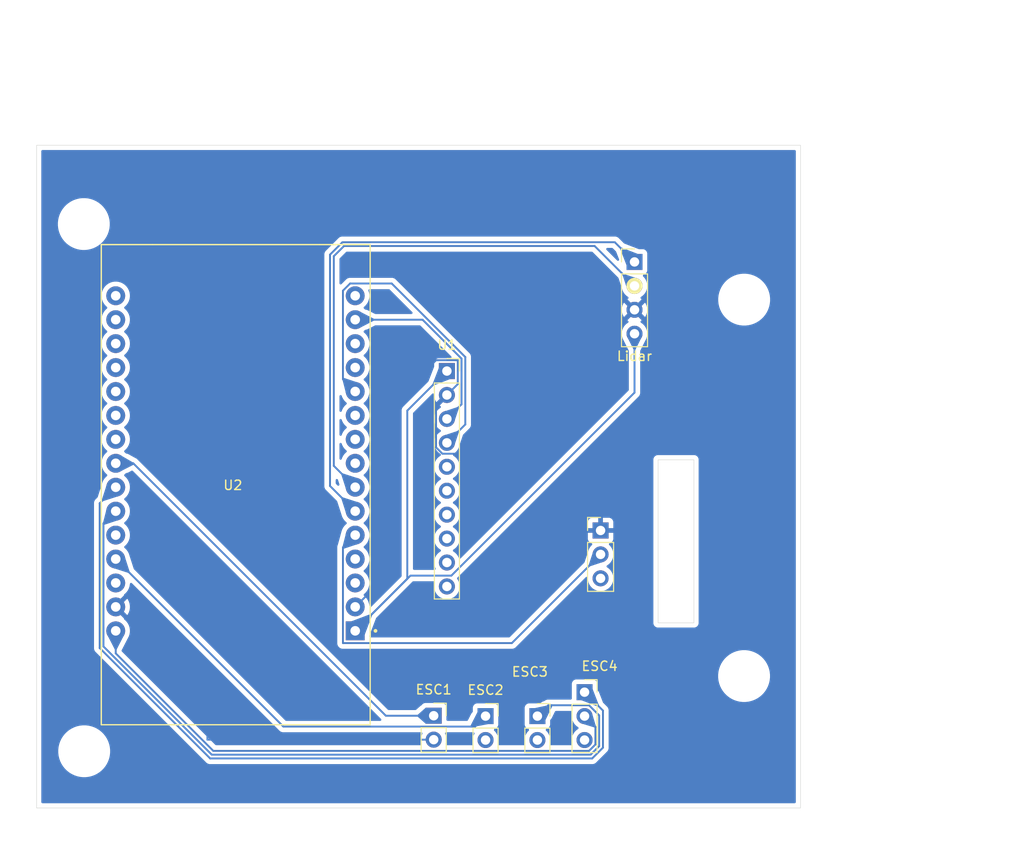
<source format=kicad_pcb>
(kicad_pcb (version 20241229) (generator "pcbnew") (generator_version "9.0")
  (layers (0 "F.Cu" signal) (2 "B.Cu" signal) (13 "F.Paste" user) (15 "B.Paste" user) (5 "F.SilkS" user "F.Silkscreen") (7 "B.SilkS" user "B.Silkscreen") (1 "F.Mask" user) (3 "B.Mask" user) (25 "Edge.Cuts" user))
  (net 0 "")
  (net 1 "Net-(U1-SCL)")
  (net 2 "GND")
  (net 3 "Net-(U1-SDA)")
  (net 4 "3V")
  (net 9 "Net-(ESC4-PWM)")
  (net 17 "Net-(ESC2-PWM)")
  (net 18 "Net-(ESC3-PWM)")
  (net 19 "Net-(ESC1-PWM)")
  (net 21 "5Vin")
  (net 30 "Net-(L1-RX)")
  (net 31 "Net-(L1-TX)")
  (net 36 "Tx")
  (net 37 "Rx")
  (net 38 "LED")
  (footprint "Connector_PinHeader_2.54mm:PinHeader_1x04_P2.54mm_Vertical" (layer "F.Cu") (at 170.8 51.8)
    (property "Reference" "REF**" (hide yes))
    (property "Value" "Lidar" (at 0 10 0) (layer "F.SilkS"))
    (fp_line (start -1.38 -1.38) (end 0 -1.38) (stroke (width 0.12)) (layer "F.SilkS"))
    (fp_line (start -1.38 0) (end -1.38 -1.38) (stroke (width 0.12)) (layer "F.SilkS"))
    (fp_line (start -1.38 1.27) (end -1.38 9) (stroke (width 0.12)) (layer "F.SilkS"))
    (fp_line (start -1.38 1.27) (end 1.38 1.27) (stroke (width 0.12)) (layer "F.SilkS"))
    (fp_line (start -1.38 9) (end 1.38 9) (stroke (width 0.12)) (layer "F.SilkS"))
    (fp_line (start 1.38 1.27) (end 1.38 9) (stroke (width 0.12)) (layer "F.SilkS"))
    (pad "1" thru_hole rect (at 0 0) (size 1.7 1.7) (drill 1) (layers "*.Cu" "*.Mask") (net 36 "Tx"))
    (pad "2" thru_hole circle (at 0 2.54) (size 1.7 1.7) (drill 1) (layers "*.Cu" "*.Mask" "F.SilkS") (net 37 "Rx"))
    (pad "3" thru_hole circle (at 0 5.08) (size 1.7 1.7) (drill 1) (layers "*.Cu" "*.Mask") (net 2 "GND"))
    (pad "4" thru_hole circle (at 0 7.62) (size 1.7 1.7) (drill 1) (layers "*.Cu" "*.Mask") (net 4 "3V"))
  )
  (footprint "Connector_PinSocket_2.54mm:PinSocket_1x10_P2.54mm_Vertical" (layer "F.Cu") (at 150.9 63.38)
    (property "Reference" "U1" (at 0 -2.77 0) (layer "F.SilkS"))
    (property "Value" "~")
    (fp_line (start -1.33 1.27) (end -1.33 24.19) (stroke (width 0.12)) (layer "F.SilkS"))
    (fp_line (start -1.33 1.27) (end 1.33 1.27) (stroke (width 0.12)) (layer "F.SilkS"))
    (fp_line (start -1.33 24.19) (end 1.33 24.19) (stroke (width 0.12)) (layer "F.SilkS"))
    (fp_line (start 0 -1.33) (end 1.33 -1.33) (stroke (width 0.12)) (layer "F.SilkS"))
    (fp_line (start 1.33 -1.33) (end 1.33 0) (stroke (width 0.12)) (layer "F.SilkS"))
    (fp_line (start 1.33 1.27) (end 1.33 24.19) (stroke (width 0.12)) (layer "F.SilkS"))
    (pad "1" thru_hole rect (at 0 0) (size 1.7 1.7) (drill 1) (layers "*.Cu" "*.Mask") (net 4 "3V"))
    (pad "2" thru_hole circle (at 0 2.54) (size 1.7 1.7) (drill 1) (layers "*.Cu" "*.Mask") (net 2 "GND"))
    (pad "3" thru_hole circle (at 0 5.08) (size 1.7 1.7) (drill 1) (layers "*.Cu" "*.Mask") (net 1 "Net-(U1-SCL)"))
    (pad "4" thru_hole circle (at 0 7.62) (size 1.7 1.7) (drill 1) (layers "*.Cu" "*.Mask") (net 3 "Net-(U1-SDA)"))
    (pad "5" thru_hole circle (at 0 10.16) (size 1.7 1.7) (drill 1) (layers "*.Cu" "*.Mask"))
    (pad "6" thru_hole circle (at 0 12.7) (size 1.7 1.7) (drill 1) (layers "*.Cu" "*.Mask"))
    (pad "7" thru_hole circle (at 0 15.24) (size 1.7 1.7) (drill 1) (layers "*.Cu" "*.Mask"))
    (pad "8" thru_hole circle (at 0 17.78) (size 1.7 1.7) (drill 1) (layers "*.Cu" "*.Mask"))
    (pad "9" thru_hole circle (at 0 20.32) (size 1.7 1.7) (drill 1) (layers "*.Cu" "*.Mask"))
    (pad "10" thru_hole circle (at 0 22.86) (size 1.7 1.7) (drill 1) (layers "*.Cu" "*.Mask"))
  )
  (footprint "" (layer "F.Cu") (at 112.39 47.78)
    (property "Reference" "" (at 0 0 0) (layer "F.SilkS") (effects (font (size 1.27 1.27))))
    (property "Value" "")
    (pad "" np_thru_hole circle (at 0 0 180) (size 3 3) (drill 5) (layers "*.Cu" "*.Mask"))
  )
  (footprint "" (layer "F.Cu") (at 182.43 55.8)
    (property "Reference" "" (at 0 0 0) (layer "F.SilkS") (effects (font (size 1.27 1.27))))
    (property "Value" "")
    (pad "" np_thru_hole circle (at 0 0 180) (size 3 3) (drill 5) (layers "*.Cu" "*.Mask"))
  )
  (footprint "" (layer "F.Cu") (at 182.42 95.75)
    (property "Reference" "" (at 0 0 0) (layer "F.SilkS") (effects (font (size 1.27 1.27))))
    (property "Value" "")
    (pad "" np_thru_hole circle (at 0 0 180) (size 3 3) (drill 5) (layers "*.Cu" "*.Mask"))
  )
  (footprint "Connector_PinSocket_2.54mm:PinSocket_1x03_P2.54mm_Vertical" (layer "F.Cu") (at 165.5 97.46)
    (property "Reference" "ESC4" (at 1.6 -2.76 0) (layer "F.SilkS"))
    (property "Value" "~")
    (fp_line (start -1.33 1.27) (end -1.33 6.41) (stroke (width 0.12)) (layer "F.SilkS"))
    (fp_line (start -1.33 1.27) (end 1.33 1.27) (stroke (width 0.12)) (layer "F.SilkS"))
    (fp_line (start -1.33 6.41) (end 1.33 6.41) (stroke (width 0.12)) (layer "F.SilkS"))
    (fp_line (start 0 -1.33) (end 1.33 -1.33) (stroke (width 0.12)) (layer "F.SilkS"))
    (fp_line (start 1.33 -1.33) (end 1.33 0) (stroke (width 0.12)) (layer "F.SilkS"))
    (fp_line (start 1.33 1.27) (end 1.33 6.41) (stroke (width 0.12)) (layer "F.SilkS"))
    (pad "1" thru_hole rect (at 0 0) (size 1.7 1.7) (drill 1) (layers "*.Cu" "*.Mask"))
    (pad "2" thru_hole circle (at 0 2.54) (size 1.7 1.7) (drill 1) (layers "*.Cu" "*.Mask"))
    (pad "3" thru_hole circle (at 0 5.08) (size 1.7 1.7) (drill 1) (layers "*.Cu" "*.Mask"))
  )
  (footprint "" (layer "F.Cu") (at 112.43 103.73)
    (property "Reference" "" (at 0 0 0) (layer "F.SilkS") (effects (font (size 1.27 1.27))))
    (property "Value" "")
    (pad "" np_thru_hole circle (at 0 0 180) (size 3 3) (drill 5) (layers "*.Cu" "*.Mask"))
  )
  (footprint "Connector_PinSocket_2.54mm:PinSocket_1x02_P2.54mm_Vertical" (layer "F.Cu") (at 149.5 99.96)
    (property "Reference" "ESC1" (at 0 -2.77 0) (layer "F.SilkS"))
    (property "Value" "~")
    (fp_line (start -1.33 1.27) (end -1.33 3.87) (stroke (width 0.12)) (layer "F.SilkS"))
    (fp_line (start -1.33 1.27) (end 1.33 1.27) (stroke (width 0.12)) (layer "F.SilkS"))
    (fp_line (start -1.33 3.87) (end 1.33 3.87) (stroke (width 0.12)) (layer "F.SilkS"))
    (fp_line (start 0 -1.33) (end 1.33 -1.33) (stroke (width 0.12)) (layer "F.SilkS"))
    (fp_line (start 1.33 -1.33) (end 1.33 0) (stroke (width 0.12)) (layer "F.SilkS"))
    (fp_line (start 1.33 1.27) (end 1.33 3.87) (stroke (width 0.12)) (layer "F.SilkS"))
    (pad "1" thru_hole rect (at 0 0) (size 1.7 1.7) (drill 1) (layers "*.Cu" "*.Mask"))
    (pad "2" thru_hole circle (at 0 2.54) (size 1.7 1.7) (drill 1) (layers "*.Cu" "*.Mask"))
  )
  (footprint "Connector_PinHeader_2.54mm:PinHeader_1x03_P2.54mm_Vertical" (layer "F.Cu") (at 167.2 80.3)
    (property "Reference" "REF**" (hide yes))
    (property "Value" "PinHeader_1x03_P2.54mm_Vertical" (hide yes))
    (fp_line (start -1.38 -1.38) (end 0 -1.38) (stroke (width 0.12)) (layer "F.SilkS"))
    (fp_line (start -1.38 0) (end -1.38 -1.38) (stroke (width 0.12)) (layer "F.SilkS"))
    (fp_line (start -1.38 1.27) (end -1.38 6.46) (stroke (width 0.12)) (layer "F.SilkS"))
    (fp_line (start -1.38 1.27) (end 1.38 1.27) (stroke (width 0.12)) (layer "F.SilkS"))
    (fp_line (start -1.38 6.46) (end 1.38 6.46) (stroke (width 0.12)) (layer "F.SilkS"))
    (fp_line (start 1.38 1.27) (end 1.38 6.46) (stroke (width 0.12)) (layer "F.SilkS"))
    (pad "5V" thru_hole circle (at 0 5.08) (size 1.7 1.7) (drill 1) (layers "*.Cu" "*.Mask"))
    (pad "GND" thru_hole rect (at 0 0) (size 1.7 1.7) (drill 1) (layers "*.Cu" "*.Mask") (net 2 "GND"))
    (pad "LED" thru_hole circle (at 0 2.54) (size 1.7 1.7) (drill 1) (layers "*.Cu" "*.Mask") (net 38 "LED"))
  )
  (footprint "Connector_PinSocket_2.54mm:PinSocket_1x02_P2.54mm_Vertical" (layer "F.Cu") (at 155 100)
    (property "Reference" "ESC2" (at 0 -2.77 0) (layer "F.SilkS"))
    (property "Value" "~")
    (fp_line (start -1.33 1.27) (end -1.33 3.87) (stroke (width 0.12)) (layer "F.SilkS"))
    (fp_line (start -1.33 1.27) (end 1.33 1.27) (stroke (width 0.12)) (layer "F.SilkS"))
    (fp_line (start -1.33 3.87) (end 1.33 3.87) (stroke (width 0.12)) (layer "F.SilkS"))
    (fp_line (start 0 -1.33) (end 1.33 -1.33) (stroke (width 0.12)) (layer "F.SilkS"))
    (fp_line (start 1.33 -1.33) (end 1.33 0) (stroke (width 0.12)) (layer "F.SilkS"))
    (fp_line (start 1.33 1.27) (end 1.33 3.87) (stroke (width 0.12)) (layer "F.SilkS"))
    (pad "1" thru_hole rect (at 0 0) (size 1.7 1.7) (drill 1) (layers "*.Cu" "*.Mask"))
    (pad "2" thru_hole circle (at 0 2.54) (size 1.7 1.7) (drill 1) (layers "*.Cu" "*.Mask"))
  )
  (footprint "esp32:MODULE_ESP32_DEVKIT_V1" (layer "F.Cu") (at 128.475 75.435 180)
    (property "Reference" "U2" (at 0.275 -0.065 0) (layer "F.SilkS"))
    (property "Value" "ESP32-DEVKIT-V1")
    (fp_line (start 14.23 25.475) (end -14.28 25.475) (stroke (width 0.127)) (layer "F.SilkS"))
    (fp_line (start 14.23 -25.475) (end 14.23 25.475) (stroke (width 0.127)) (layer "F.SilkS"))
    (fp_line (start 14.23 -25.475) (end 14.23 25.475) (stroke (width 0.127)) (layer "F.SilkS"))
    (fp_line (start 8.78 25.475) (end 14.23 25.475) (stroke (width 0.127)) (layer "F.SilkS"))
    (fp_line (start 3.5 -25.475) (end 14.23 -25.475) (stroke (width 0.127)) (layer "F.SilkS"))
    (fp_line (start -3.211 -25.475) (end 3.5 -25.475) (stroke (width 0.127)) (layer "F.SilkS"))
    (fp_line (start -8.91 25.475) (end 8.78 25.475) (stroke (width 0.127)) (layer "F.SilkS"))
    (fp_line (start -14.28 25.475) (end -8.91 25.475) (stroke (width 0.127)) (layer "F.SilkS"))
    (fp_line (start -14.28 25.475) (end -14.28 -25.475) (stroke (width 0.127)) (layer "F.SilkS"))
    (fp_line (start -14.28 25.475) (end -14.28 -25.475) (stroke (width 0.127)) (layer "F.SilkS"))
    (fp_line (start -14.28 -25.475) (end 14.23 -25.475) (stroke (width 0.127)) (layer "F.SilkS"))
    (fp_line (start -14.28 -25.475) (end -3.211 -25.475) (stroke (width 0.127)) (layer "F.SilkS"))
    (fp_circle (center -14.85 -15.515) (end -14.75 -15.515) (stroke (width 0.2)) (fill no) (layer "F.SilkS"))
    (pad "1" thru_hole rect (at -12.7 -15.515 180) (size 2 2) (drill 1.02) (layers "*.Cu" "*.Mask") (net 4 "3V"))
    (pad "2" thru_hole circle (at -12.7 -12.975 180) (size 2 2) (drill 1.02) (layers "*.Cu" "*.Mask"))
    (pad "3" thru_hole circle (at -12.7 -10.435 180) (size 2 2) (drill 1.02) (layers "*.Cu" "*.Mask"))
    (pad "4" thru_hole circle (at -12.7 -7.895 180) (size 2 2) (drill 1.02) (layers "*.Cu" "*.Mask"))
    (pad "8" thru_hole circle (at -12.7 2.265 180) (size 2 2) (drill 1.02) (layers "*.Cu" "*.Mask"))
    (pad "9" thru_hole circle (at -12.7 4.805 180) (size 2 2) (drill 1.02) (layers "*.Cu" "*.Mask"))
    (pad "10" thru_hole circle (at -12.7 7.345 180) (size 2 2) (drill 1.02) (layers "*.Cu" "*.Mask"))
    (pad "11" thru_hole circle (at -12.7 9.885 180) (size 2 2) (drill 1.02) (layers "*.Cu" "*.Mask"))
    (pad "12" thru_hole circle (at -12.7 12.425 180) (size 2 2) (drill 1.02) (layers "*.Cu" "*.Mask") (net 17 "Net-(ESC2-PWM)"))
    (pad "13" thru_hole circle (at -12.7 14.965 180) (size 2 2) (drill 1.02) (layers "*.Cu" "*.Mask"))
    (pad "14" thru_hole circle (at -12.7 17.505 180) (size 2 2) (drill 1.02) (layers "*.Cu" "*.Mask"))
    (pad "15" thru_hole circle (at -12.7 20.045 180) (size 2 2) (drill 1.02) (layers "*.Cu" "*.Mask"))
    (pad "16" thru_hole circle (at 12.7 20.045 180) (size 2 2) (drill 1.02) (layers "*.Cu" "*.Mask") (net 31 "Net-(L1-TX)"))
    (pad "17" thru_hole circle (at 12.7 17.505 180) (size 2 2) (drill 1.02) (layers "*.Cu" "*.Mask") (net 30 "Net-(L1-RX)"))
    (pad "18" thru_hole circle (at 12.7 14.965 180) (size 2 2) (drill 1.02) (layers "*.Cu" "*.Mask"))
    (pad "19" thru_hole circle (at 12.7 12.425 180) (size 2 2) (drill 1.02) (layers "*.Cu" "*.Mask"))
    (pad "20" thru_hole circle (at 12.7 9.885 180) (size 2 2) (drill 1.02) (layers "*.Cu" "*.Mask"))
    (pad "21" thru_hole circle (at 12.7 7.345 180) (size 2 2) (drill 1.02) (layers "*.Cu" "*.Mask") (net 3 "Net-(U1-SDA)"))
    (pad "22" thru_hole circle (at 12.7 4.805 180) (size 2 2) (drill 1.02) (layers "*.Cu" "*.Mask") (net 1 "Net-(U1-SCL)"))
    (pad "23" thru_hole circle (at 12.7 2.265 180) (size 2 2) (drill 1.02) (layers "*.Cu" "*.Mask"))
    (pad "24" thru_hole circle (at 12.7 -0.275 180) (size 2 2) (drill 1.02) (layers "*.Cu" "*.Mask"))
    (pad "25" thru_hole circle (at 12.7 -2.815 180) (size 2 2) (drill 1.02) (layers "*.Cu" "*.Mask") (net 19 "Net-(ESC1-PWM)"))
    (pad "26" thru_hole circle (at 12.7 -5.355 180) (size 2 2) (drill 1.02) (layers "*.Cu" "*.Mask") (net 9 "Net-(ESC4-PWM)"))
    (pad "27" thru_hole circle (at 12.7 -7.895 180) (size 2 2) (drill 1.02) (layers "*.Cu" "*.Mask") (net 18 "Net-(ESC3-PWM)"))
    (pad "28" thru_hole circle (at 12.7 -10.435 180) (size 2 2) (drill 1.02) (layers "*.Cu" "*.Mask"))
    (pad "29" thru_hole circle (at 12.7 -12.975 180) (size 2 2) (drill 1.02) (layers "*.Cu" "*.Mask") (net 2 "GND"))
    (pad "30" thru_hole circle (at 12.7 -15.515 180) (size 2 2) (drill 1.02) (layers "*.Cu" "*.Mask") (net 21 "5Vin"))
    (pad "LED" thru_hole circle (at -12.7 -5.355 180) (size 2 2) (drill 1.02) (layers "*.Cu" "*.Mask") (net 38 "LED"))
    (pad "Rx" thru_hole circle (at -12.7 -0.275 180) (size 2 2) (drill 1.02) (layers "*.Cu" "*.Mask") (net 37 "Rx"))
    (pad "Tx" thru_hole circle (at -12.7 -2.815 180) (size 2 2) (drill 1.02) (layers "*.Cu" "*.Mask") (net 36 "Tx"))
  )
  (footprint "Connector_PinSocket_2.54mm:PinSocket_1x02_P2.54mm_Vertical" (layer "F.Cu") (at 160.5 100)
    (property "Reference" "ESC3" (at -0.8 -4.7 0) (layer "F.SilkS"))
    (property "Value" "~")
    (fp_line (start -1.33 1.27) (end -1.33 3.87) (stroke (width 0.12)) (layer "F.SilkS"))
    (fp_line (start -1.33 1.27) (end 1.33 1.27) (stroke (width 0.12)) (layer "F.SilkS"))
    (fp_line (start -1.33 3.87) (end 1.33 3.87) (stroke (width 0.12)) (layer "F.SilkS"))
    (fp_line (start 0 -1.33) (end 1.33 -1.33) (stroke (width 0.12)) (layer "F.SilkS"))
    (fp_line (start 1.33 -1.33) (end 1.33 0) (stroke (width 0.12)) (layer "F.SilkS"))
    (fp_line (start 1.33 1.27) (end 1.33 3.87) (stroke (width 0.12)) (layer "F.SilkS"))
    (pad "1" thru_hole rect (at 0 0) (size 1.7 1.7) (drill 1) (layers "*.Cu" "*.Mask"))
    (pad "2" thru_hole circle (at 0 2.54) (size 1.7 1.7) (drill 1) (layers "*.Cu" "*.Mask"))
  )
  (gr_rect (start 173.3 72.8) (end 177.1 90.1) (stroke (width 0.05)) (fill no) (layer "Edge.Cuts"))
  (gr_rect (start 107.38 39.42) (end 188.41 109.75) (stroke (width 0.05)) (fill no) (layer "Edge.Cuts"))
  (segment (start 148.3191 57.93) (end 152.452 62.0629) (width 0.2) (layer "B.Cu") (net 1))
  (segment (start 152.452 62.0629) (end 152.452 66.908) (width 0.2) (layer "B.Cu") (net 1))
  (segment (start 152.452 66.908) (end 150.9 68.46) (width 0.2) (layer "B.Cu") (net 1))
  (segment (start 141.175 57.93) (end 148.3191 57.93) (width 0.2) (layer "B.Cu") (net 1))
  (segment (start 149.8291 102.5) (end 149.5 102.5) (width 0.2) (layer "F.Cu") (net 2))
  (segment (start 149.5 102.5) (end 125.5 102.5) (width 0.2) (layer "B.Cu") (net 2))
  (segment (start 145.9 83.685) (end 145.9 66.078) (width 0.2) (layer "B.Cu") (net 2))
  (segment (start 170.8 56.88) (end 155.529 72.151) (width 0.2) (layer "B.Cu") (net 2))
  (segment (start 149.749 62.229) (end 152.051 62.229) (width 0.2) (layer "B.Cu") (net 2))
  (segment (start 125.5 98.135) (end 115.775 88.41) (width 0.2) (layer "B.Cu") (net 2))
  (segment (start 149.749 67.071) (end 150.9 65.92) (width 0.2) (layer "B.Cu") (net 2))
  (segment (start 155.529 72.151) (end 150.42324 72.151) (width 0.2) (layer "B.Cu") (net 2))
  (segment (start 150.42324 72.151) (end 149.749 71.47676) (width 0.2) (layer "B.Cu") (net 2))
  (segment (start 152.051 62.229) (end 152.051 64.769) (width 0.2) (layer "B.Cu") (net 2))
  (segment (start 145.9 66.078) (end 149.749 62.229) (width 0.2) (layer "B.Cu") (net 2))
  (segment (start 141.175 88.41) (end 145.9 83.685) (width 0.2) (layer "B.Cu") (net 2))
  (segment (start 125.5 102.5) (end 125.5 98.135) (width 0.2) (layer "B.Cu") (net 2))
  (segment (start 149.749 71.47676) (end 149.749 67.071) (width 0.2) (layer "B.Cu") (net 2))
  (segment (start 152.051 64.769) (end 150.9 65.92) (width 0.2) (layer "B.Cu") (net 2))
  (segment (start 141.175 65.55) (end 139.874 64.249) (width 0.2) (layer "B.Cu") (net 3))
  (segment (start 152.853 69.047) (end 150.9 71) (width 0.2) (layer "B.Cu") (net 3))
  (segment (start 152.853 61.8968) (end 152.853 69.047) (width 0.2) (layer "B.Cu") (net 3))
  (segment (start 139.874 54.851108) (end 140.636108 54.089) (width 0.2) (layer "B.Cu") (net 3))
  (segment (start 139.874 64.249) (end 139.874 54.851108) (width 0.2) (layer "B.Cu") (net 3))
  (segment (start 140.636108 54.089) (end 145.0452 54.089) (width 0.2) (layer "B.Cu") (net 3))
  (segment (start 145.0452 54.089) (end 152.853 61.8968) (width 0.2) (layer "B.Cu") (net 3))
  (segment (start 170.8 65.66576) (end 151.37676 85.089) (width 0.2) (layer "B.Cu") (net 4))
  (segment (start 146.7 67.58) (end 150.9 63.38) (width 0.2) (layer "B.Cu") (net 4))
  (segment (start 141.175 90.95) (end 146.7 85.425) (width 0.2) (layer "B.Cu") (net 4))
  (segment (start 146.7 85.425) (end 146.7 67.58) (width 0.2) (layer "B.Cu") (net 4))
  (segment (start 147.036 85.089) (end 141.175 90.95) (width 0.2) (layer "B.Cu") (net 4))
  (segment (start 170.8 59.42) (end 170.8 65.66576) (width 0.2) (layer "B.Cu") (net 4))
  (segment (start 151.37676 85.089) (end 147.036 85.089) (width 0.2) (layer "B.Cu") (net 4))
  (segment (start 166.30896 104.493) (end 125.7917 104.493) (width 0.2) (layer "B.Cu") (net 9))
  (segment (start 167.453 99.413) (end 167.453 103.34896) (width 0.2) (layer "B.Cu") (net 9))
  (segment (start 114.073 77.412) (end 115.775 75.71) (width 0.2) (layer "B.Cu") (net 9))
  (segment (start 125.7917 104.493) (end 114.073 92.7743) (width 0.2) (layer "B.Cu") (net 9))
  (segment (start 114.073 92.7743) (end 114.073 77.412) (width 0.2) (layer "B.Cu") (net 9))
  (segment (start 165.5 97.46) (end 167.453 99.413) (width 0.2) (layer "B.Cu") (net 9))
  (segment (start 167.453 103.34896) (end 166.30896 104.493) (width 0.2) (layer "B.Cu") (net 9))
  (segment (start 153.889 101.111) (end 133.556 101.111) (width 0.2) (layer "B.Cu") (net 18))
  (segment (start 155 100) (end 153.889 101.111) (width 0.2) (layer "B.Cu") (net 18))
  (segment (start 133.556 101.111) (end 115.775 83.33) (width 0.2) (layer "B.Cu") (net 18))
  (segment (start 144.422709 99.96) (end 117.632709 73.17) (width 0.2) (layer "B.Cu") (net 19))
  (segment (start 160.5 100) (end 161.651 98.849) (width 0.2) (layer "B.Cu") (net 19))
  (segment (start 167.052 99.92424) (end 167.052 103.18286) (width 0.2) (layer "B.Cu") (net 19))
  (segment (start 125.9578 104.092) (end 114.474 92.6082) (width 0.2) (layer "B.Cu") (net 19))
  (segment (start 167.052 103.18286) (end 166.14286 104.092) (width 0.2) (layer "B.Cu") (net 19))
  (segment (start 149.5 99.96) (end 144.422709 99.96) (width 0.2) (layer "B.Cu") (net 19))
  (segment (start 114.474 92.6082) (end 114.474 79.551) (width 0.2) (layer "B.Cu") (net 19))
  (segment (start 161.651 98.849) (end 165.97676 98.849) (width 0.2) (layer "B.Cu") (net 19))
  (segment (start 114.474 79.551) (end 115.775 78.25) (width 0.2) (layer "B.Cu") (net 19))
  (segment (start 117.632709 73.17) (end 115.775 73.17) (width 0.2) (layer "B.Cu") (net 19))
  (segment (start 166.14286 104.092) (end 125.9578 104.092) (width 0.2) (layer "B.Cu") (net 19))
  (segment (start 165.97676 98.849) (end 167.052 99.92424) (width 0.2) (layer "B.Cu") (net 19))
  (segment (start 165.97676 103.691) (end 126.1239 103.691) (width 0.2) (layer "B.Cu") (net 21))
  (segment (start 166.651 103.01676) (end 165.97676 103.691) (width 0.2) (layer "B.Cu") (net 21))
  (segment (start 165.5 100) (end 166.651 101.151) (width 0.2) (layer "B.Cu") (net 21))
  (segment (start 166.651 101.151) (end 166.651 103.01676) (width 0.2) (layer "B.Cu") (net 21))
  (segment (start 126.1239 103.691) (end 115.775 93.3421) (width 0.2) (layer "B.Cu") (net 21))
  (segment (start 115.775 93.3421) (end 115.775 90.95) (width 0.2) (layer "B.Cu") (net 21))
  (segment (start 139.822191 49.708) (end 138.503 51.027191) (width 0.2) (layer "B.Cu") (net 36))
  (segment (start 138.503 51.027191) (end 138.503 75.578) (width 0.2) (layer "B.Cu") (net 36))
  (segment (start 170.8 51.8) (end 168.708 49.708) (width 0.2) (layer "B.Cu") (net 36))
  (segment (start 168.708 49.708) (end 139.822191 49.708) (width 0.2) (layer "B.Cu") (net 36))
  (segment (start 138.503 75.578) (end 141.175 78.25) (width 0.2) (layer "B.Cu") (net 36))
  (segment (start 139.988291 50.109) (end 138.904 51.193291) (width 0.2) (layer "B.Cu") (net 37))
  (segment (start 138.904 51.193291) (end 138.904 73.439) (width 0.2) (layer "B.Cu") (net 37))
  (segment (start 166.569 50.109) (end 139.988291 50.109) (width 0.2) (layer "B.Cu") (net 37))
  (segment (start 170.8 54.34) (end 166.569 50.109) (width 0.2) (layer "B.Cu") (net 37))
  (segment (start 138.904 73.439) (end 141.175 75.71) (width 0.2) (layer "B.Cu") (net 37))
  (segment (start 139.874 92.251) (end 139.874 82.091) (width 0.2) (layer "B.Cu") (net 38))
  (segment (start 167.2 82.84) (end 157.789 92.251) (width 0.2) (layer "B.Cu") (net 38))
  (segment (start 139.874 82.091) (end 141.175 80.79) (width 0.2) (layer "B.Cu") (net 38))
  (segment (start 157.789 92.251) (end 139.874 92.251) (width 0.2) (layer "B.Cu") (net 38))
  (zone (net 2) (net_name "GND") (layer "B.Cu") (connect_pads (clearance 0.5)) (min_thickness 0.25) (fill yes (thermal_gap 0.5) (thermal_bridge_width 0.5) (island_removal_mode 1) (island_area_min 10))
    (polygon (pts (xy 104 37) (xy 194.64 37) (xy 194.64 115.055731) (xy 103.5 114.5)))
  )
)
</source>
